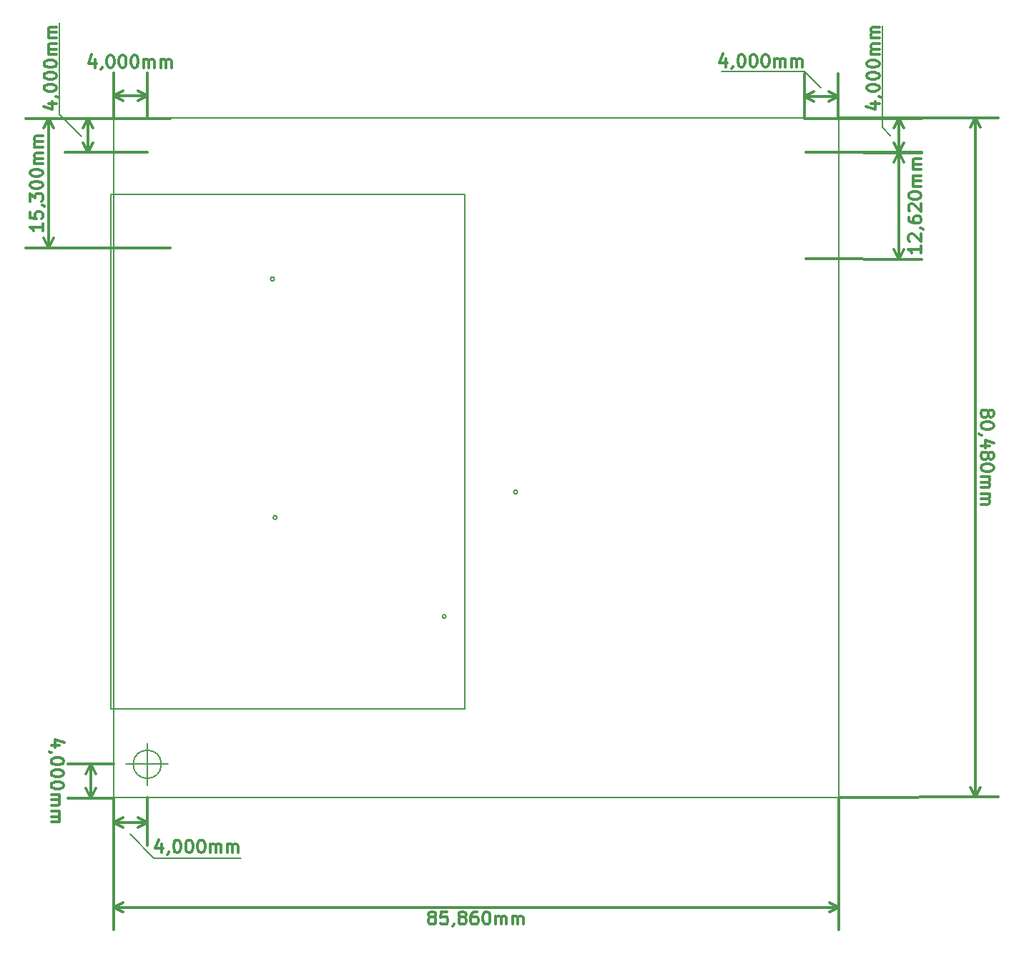
<source format=gbr>
G04 #@! TF.FileFunction,Drawing*
%FSLAX46Y46*%
G04 Gerber Fmt 4.6, Leading zero omitted, Abs format (unit mm)*
G04 Created by KiCad (PCBNEW 4.0.2-stable) date 21/01/2018 10:23:35*
%MOMM*%
G01*
G04 APERTURE LIST*
%ADD10C,0.100000*%
%ADD11C,0.150000*%
%ADD12C,0.300000*%
%ADD13C,0.200000*%
G04 APERTURE END LIST*
D10*
D11*
X105666666Y-144500000D02*
G75*
G03X105666666Y-144500000I-1666666J0D01*
G01*
X101500000Y-144500000D02*
X106500000Y-144500000D01*
X104000000Y-142000000D02*
X104000000Y-147000000D01*
D12*
X93621429Y-142285715D02*
X92621429Y-142285715D01*
X94192857Y-141928572D02*
X93121429Y-141571429D01*
X93121429Y-142500001D01*
X92692857Y-143142857D02*
X92621429Y-143142857D01*
X92478571Y-143071429D01*
X92407143Y-143000000D01*
X94121429Y-144071429D02*
X94121429Y-144214286D01*
X94050000Y-144357143D01*
X93978571Y-144428572D01*
X93835714Y-144500001D01*
X93550000Y-144571429D01*
X93192857Y-144571429D01*
X92907143Y-144500001D01*
X92764286Y-144428572D01*
X92692857Y-144357143D01*
X92621429Y-144214286D01*
X92621429Y-144071429D01*
X92692857Y-143928572D01*
X92764286Y-143857143D01*
X92907143Y-143785715D01*
X93192857Y-143714286D01*
X93550000Y-143714286D01*
X93835714Y-143785715D01*
X93978571Y-143857143D01*
X94050000Y-143928572D01*
X94121429Y-144071429D01*
X94121429Y-145500000D02*
X94121429Y-145642857D01*
X94050000Y-145785714D01*
X93978571Y-145857143D01*
X93835714Y-145928572D01*
X93550000Y-146000000D01*
X93192857Y-146000000D01*
X92907143Y-145928572D01*
X92764286Y-145857143D01*
X92692857Y-145785714D01*
X92621429Y-145642857D01*
X92621429Y-145500000D01*
X92692857Y-145357143D01*
X92764286Y-145285714D01*
X92907143Y-145214286D01*
X93192857Y-145142857D01*
X93550000Y-145142857D01*
X93835714Y-145214286D01*
X93978571Y-145285714D01*
X94050000Y-145357143D01*
X94121429Y-145500000D01*
X94121429Y-146928571D02*
X94121429Y-147071428D01*
X94050000Y-147214285D01*
X93978571Y-147285714D01*
X93835714Y-147357143D01*
X93550000Y-147428571D01*
X93192857Y-147428571D01*
X92907143Y-147357143D01*
X92764286Y-147285714D01*
X92692857Y-147214285D01*
X92621429Y-147071428D01*
X92621429Y-146928571D01*
X92692857Y-146785714D01*
X92764286Y-146714285D01*
X92907143Y-146642857D01*
X93192857Y-146571428D01*
X93550000Y-146571428D01*
X93835714Y-146642857D01*
X93978571Y-146714285D01*
X94050000Y-146785714D01*
X94121429Y-146928571D01*
X92621429Y-148071428D02*
X93621429Y-148071428D01*
X93478571Y-148071428D02*
X93550000Y-148142856D01*
X93621429Y-148285714D01*
X93621429Y-148499999D01*
X93550000Y-148642856D01*
X93407143Y-148714285D01*
X92621429Y-148714285D01*
X93407143Y-148714285D02*
X93550000Y-148785714D01*
X93621429Y-148928571D01*
X93621429Y-149142856D01*
X93550000Y-149285714D01*
X93407143Y-149357142D01*
X92621429Y-149357142D01*
X92621429Y-150071428D02*
X93621429Y-150071428D01*
X93478571Y-150071428D02*
X93550000Y-150142856D01*
X93621429Y-150285714D01*
X93621429Y-150499999D01*
X93550000Y-150642856D01*
X93407143Y-150714285D01*
X92621429Y-150714285D01*
X93407143Y-150714285D02*
X93550000Y-150785714D01*
X93621429Y-150928571D01*
X93621429Y-151142856D01*
X93550000Y-151285714D01*
X93407143Y-151357142D01*
X92621429Y-151357142D01*
X97300000Y-144500000D02*
X97300000Y-148500000D01*
X100000000Y-144500000D02*
X94600000Y-144500000D01*
X100000000Y-148500000D02*
X94600000Y-148500000D01*
X97300000Y-148500000D02*
X96713579Y-147373496D01*
X97300000Y-148500000D02*
X97886421Y-147373496D01*
X97300000Y-144500000D02*
X96713579Y-145626504D01*
X97300000Y-144500000D02*
X97886421Y-145626504D01*
D13*
X104800000Y-155600000D02*
X115100000Y-155600000D01*
X102000000Y-152800000D02*
X104800000Y-155600000D01*
D12*
X105685715Y-153978571D02*
X105685715Y-154978571D01*
X105328572Y-153407143D02*
X104971429Y-154478571D01*
X105900001Y-154478571D01*
X106542857Y-154907143D02*
X106542857Y-154978571D01*
X106471429Y-155121429D01*
X106400000Y-155192857D01*
X107471429Y-153478571D02*
X107614286Y-153478571D01*
X107757143Y-153550000D01*
X107828572Y-153621429D01*
X107900001Y-153764286D01*
X107971429Y-154050000D01*
X107971429Y-154407143D01*
X107900001Y-154692857D01*
X107828572Y-154835714D01*
X107757143Y-154907143D01*
X107614286Y-154978571D01*
X107471429Y-154978571D01*
X107328572Y-154907143D01*
X107257143Y-154835714D01*
X107185715Y-154692857D01*
X107114286Y-154407143D01*
X107114286Y-154050000D01*
X107185715Y-153764286D01*
X107257143Y-153621429D01*
X107328572Y-153550000D01*
X107471429Y-153478571D01*
X108900000Y-153478571D02*
X109042857Y-153478571D01*
X109185714Y-153550000D01*
X109257143Y-153621429D01*
X109328572Y-153764286D01*
X109400000Y-154050000D01*
X109400000Y-154407143D01*
X109328572Y-154692857D01*
X109257143Y-154835714D01*
X109185714Y-154907143D01*
X109042857Y-154978571D01*
X108900000Y-154978571D01*
X108757143Y-154907143D01*
X108685714Y-154835714D01*
X108614286Y-154692857D01*
X108542857Y-154407143D01*
X108542857Y-154050000D01*
X108614286Y-153764286D01*
X108685714Y-153621429D01*
X108757143Y-153550000D01*
X108900000Y-153478571D01*
X110328571Y-153478571D02*
X110471428Y-153478571D01*
X110614285Y-153550000D01*
X110685714Y-153621429D01*
X110757143Y-153764286D01*
X110828571Y-154050000D01*
X110828571Y-154407143D01*
X110757143Y-154692857D01*
X110685714Y-154835714D01*
X110614285Y-154907143D01*
X110471428Y-154978571D01*
X110328571Y-154978571D01*
X110185714Y-154907143D01*
X110114285Y-154835714D01*
X110042857Y-154692857D01*
X109971428Y-154407143D01*
X109971428Y-154050000D01*
X110042857Y-153764286D01*
X110114285Y-153621429D01*
X110185714Y-153550000D01*
X110328571Y-153478571D01*
X111471428Y-154978571D02*
X111471428Y-153978571D01*
X111471428Y-154121429D02*
X111542856Y-154050000D01*
X111685714Y-153978571D01*
X111899999Y-153978571D01*
X112042856Y-154050000D01*
X112114285Y-154192857D01*
X112114285Y-154978571D01*
X112114285Y-154192857D02*
X112185714Y-154050000D01*
X112328571Y-153978571D01*
X112542856Y-153978571D01*
X112685714Y-154050000D01*
X112757142Y-154192857D01*
X112757142Y-154978571D01*
X113471428Y-154978571D02*
X113471428Y-153978571D01*
X113471428Y-154121429D02*
X113542856Y-154050000D01*
X113685714Y-153978571D01*
X113899999Y-153978571D01*
X114042856Y-154050000D01*
X114114285Y-154192857D01*
X114114285Y-154978571D01*
X114114285Y-154192857D02*
X114185714Y-154050000D01*
X114328571Y-153978571D01*
X114542856Y-153978571D01*
X114685714Y-154050000D01*
X114757142Y-154192857D01*
X114757142Y-154978571D01*
X104000000Y-151400000D02*
X100000000Y-151400000D01*
X104000000Y-148400000D02*
X104000000Y-154100000D01*
X100000000Y-148400000D02*
X100000000Y-154100000D01*
X100000000Y-151400000D02*
X101126504Y-150813579D01*
X100000000Y-151400000D02*
X101126504Y-151986421D01*
X104000000Y-151400000D02*
X102873496Y-150813579D01*
X104000000Y-151400000D02*
X102873496Y-151986421D01*
D13*
X93600000Y-67500000D02*
X93600000Y-56700000D01*
X96200000Y-70100000D02*
X93600000Y-67500000D01*
D12*
X97785715Y-60978571D02*
X97785715Y-61978571D01*
X97428572Y-60407143D02*
X97071429Y-61478571D01*
X98000001Y-61478571D01*
X98642857Y-61907143D02*
X98642857Y-61978571D01*
X98571429Y-62121429D01*
X98500000Y-62192857D01*
X99571429Y-60478571D02*
X99714286Y-60478571D01*
X99857143Y-60550000D01*
X99928572Y-60621429D01*
X100000001Y-60764286D01*
X100071429Y-61050000D01*
X100071429Y-61407143D01*
X100000001Y-61692857D01*
X99928572Y-61835714D01*
X99857143Y-61907143D01*
X99714286Y-61978571D01*
X99571429Y-61978571D01*
X99428572Y-61907143D01*
X99357143Y-61835714D01*
X99285715Y-61692857D01*
X99214286Y-61407143D01*
X99214286Y-61050000D01*
X99285715Y-60764286D01*
X99357143Y-60621429D01*
X99428572Y-60550000D01*
X99571429Y-60478571D01*
X101000000Y-60478571D02*
X101142857Y-60478571D01*
X101285714Y-60550000D01*
X101357143Y-60621429D01*
X101428572Y-60764286D01*
X101500000Y-61050000D01*
X101500000Y-61407143D01*
X101428572Y-61692857D01*
X101357143Y-61835714D01*
X101285714Y-61907143D01*
X101142857Y-61978571D01*
X101000000Y-61978571D01*
X100857143Y-61907143D01*
X100785714Y-61835714D01*
X100714286Y-61692857D01*
X100642857Y-61407143D01*
X100642857Y-61050000D01*
X100714286Y-60764286D01*
X100785714Y-60621429D01*
X100857143Y-60550000D01*
X101000000Y-60478571D01*
X102428571Y-60478571D02*
X102571428Y-60478571D01*
X102714285Y-60550000D01*
X102785714Y-60621429D01*
X102857143Y-60764286D01*
X102928571Y-61050000D01*
X102928571Y-61407143D01*
X102857143Y-61692857D01*
X102785714Y-61835714D01*
X102714285Y-61907143D01*
X102571428Y-61978571D01*
X102428571Y-61978571D01*
X102285714Y-61907143D01*
X102214285Y-61835714D01*
X102142857Y-61692857D01*
X102071428Y-61407143D01*
X102071428Y-61050000D01*
X102142857Y-60764286D01*
X102214285Y-60621429D01*
X102285714Y-60550000D01*
X102428571Y-60478571D01*
X103571428Y-61978571D02*
X103571428Y-60978571D01*
X103571428Y-61121429D02*
X103642856Y-61050000D01*
X103785714Y-60978571D01*
X103999999Y-60978571D01*
X104142856Y-61050000D01*
X104214285Y-61192857D01*
X104214285Y-61978571D01*
X104214285Y-61192857D02*
X104285714Y-61050000D01*
X104428571Y-60978571D01*
X104642856Y-60978571D01*
X104785714Y-61050000D01*
X104857142Y-61192857D01*
X104857142Y-61978571D01*
X105571428Y-61978571D02*
X105571428Y-60978571D01*
X105571428Y-61121429D02*
X105642856Y-61050000D01*
X105785714Y-60978571D01*
X105999999Y-60978571D01*
X106142856Y-61050000D01*
X106214285Y-61192857D01*
X106214285Y-61978571D01*
X106214285Y-61192857D02*
X106285714Y-61050000D01*
X106428571Y-60978571D01*
X106642856Y-60978571D01*
X106785714Y-61050000D01*
X106857142Y-61192857D01*
X106857142Y-61978571D01*
X104000000Y-65300000D02*
X100000000Y-65300000D01*
X104000000Y-68000000D02*
X104000000Y-62600000D01*
X100000000Y-68000000D02*
X100000000Y-62600000D01*
X100000000Y-65300000D02*
X101126504Y-64713579D01*
X100000000Y-65300000D02*
X101126504Y-65886421D01*
X104000000Y-65300000D02*
X102873496Y-64713579D01*
X104000000Y-65300000D02*
X102873496Y-65886421D01*
D13*
X181800000Y-62400000D02*
X172000000Y-62400000D01*
X183800000Y-64400000D02*
X181800000Y-62400000D01*
D12*
X172485715Y-60878571D02*
X172485715Y-61878571D01*
X172128572Y-60307143D02*
X171771429Y-61378571D01*
X172700001Y-61378571D01*
X173342857Y-61807143D02*
X173342857Y-61878571D01*
X173271429Y-62021429D01*
X173200000Y-62092857D01*
X174271429Y-60378571D02*
X174414286Y-60378571D01*
X174557143Y-60450000D01*
X174628572Y-60521429D01*
X174700001Y-60664286D01*
X174771429Y-60950000D01*
X174771429Y-61307143D01*
X174700001Y-61592857D01*
X174628572Y-61735714D01*
X174557143Y-61807143D01*
X174414286Y-61878571D01*
X174271429Y-61878571D01*
X174128572Y-61807143D01*
X174057143Y-61735714D01*
X173985715Y-61592857D01*
X173914286Y-61307143D01*
X173914286Y-60950000D01*
X173985715Y-60664286D01*
X174057143Y-60521429D01*
X174128572Y-60450000D01*
X174271429Y-60378571D01*
X175700000Y-60378571D02*
X175842857Y-60378571D01*
X175985714Y-60450000D01*
X176057143Y-60521429D01*
X176128572Y-60664286D01*
X176200000Y-60950000D01*
X176200000Y-61307143D01*
X176128572Y-61592857D01*
X176057143Y-61735714D01*
X175985714Y-61807143D01*
X175842857Y-61878571D01*
X175700000Y-61878571D01*
X175557143Y-61807143D01*
X175485714Y-61735714D01*
X175414286Y-61592857D01*
X175342857Y-61307143D01*
X175342857Y-60950000D01*
X175414286Y-60664286D01*
X175485714Y-60521429D01*
X175557143Y-60450000D01*
X175700000Y-60378571D01*
X177128571Y-60378571D02*
X177271428Y-60378571D01*
X177414285Y-60450000D01*
X177485714Y-60521429D01*
X177557143Y-60664286D01*
X177628571Y-60950000D01*
X177628571Y-61307143D01*
X177557143Y-61592857D01*
X177485714Y-61735714D01*
X177414285Y-61807143D01*
X177271428Y-61878571D01*
X177128571Y-61878571D01*
X176985714Y-61807143D01*
X176914285Y-61735714D01*
X176842857Y-61592857D01*
X176771428Y-61307143D01*
X176771428Y-60950000D01*
X176842857Y-60664286D01*
X176914285Y-60521429D01*
X176985714Y-60450000D01*
X177128571Y-60378571D01*
X178271428Y-61878571D02*
X178271428Y-60878571D01*
X178271428Y-61021429D02*
X178342856Y-60950000D01*
X178485714Y-60878571D01*
X178699999Y-60878571D01*
X178842856Y-60950000D01*
X178914285Y-61092857D01*
X178914285Y-61878571D01*
X178914285Y-61092857D02*
X178985714Y-60950000D01*
X179128571Y-60878571D01*
X179342856Y-60878571D01*
X179485714Y-60950000D01*
X179557142Y-61092857D01*
X179557142Y-61878571D01*
X180271428Y-61878571D02*
X180271428Y-60878571D01*
X180271428Y-61021429D02*
X180342856Y-60950000D01*
X180485714Y-60878571D01*
X180699999Y-60878571D01*
X180842856Y-60950000D01*
X180914285Y-61092857D01*
X180914285Y-61878571D01*
X180914285Y-61092857D02*
X180985714Y-60950000D01*
X181128571Y-60878571D01*
X181342856Y-60878571D01*
X181485714Y-60950000D01*
X181557142Y-61092857D01*
X181557142Y-61878571D01*
X181800000Y-65400000D02*
X185800000Y-65400000D01*
X181800000Y-68000000D02*
X181800000Y-62700000D01*
X185800000Y-68000000D02*
X185800000Y-62700000D01*
X185800000Y-65400000D02*
X184673496Y-65986421D01*
X185800000Y-65400000D02*
X184673496Y-64813579D01*
X181800000Y-65400000D02*
X182926504Y-65986421D01*
X181800000Y-65400000D02*
X182926504Y-64813579D01*
X91628571Y-80435713D02*
X91628571Y-81292856D01*
X91628571Y-80864284D02*
X90128571Y-80864284D01*
X90342857Y-81007141D01*
X90485714Y-81149999D01*
X90557143Y-81292856D01*
X90128571Y-79078570D02*
X90128571Y-79792856D01*
X90842857Y-79864285D01*
X90771429Y-79792856D01*
X90700000Y-79649999D01*
X90700000Y-79292856D01*
X90771429Y-79149999D01*
X90842857Y-79078570D01*
X90985714Y-79007142D01*
X91342857Y-79007142D01*
X91485714Y-79078570D01*
X91557143Y-79149999D01*
X91628571Y-79292856D01*
X91628571Y-79649999D01*
X91557143Y-79792856D01*
X91485714Y-79864285D01*
X91557143Y-78292857D02*
X91628571Y-78292857D01*
X91771429Y-78364285D01*
X91842857Y-78435714D01*
X90128571Y-77792856D02*
X90128571Y-76864285D01*
X90700000Y-77364285D01*
X90700000Y-77149999D01*
X90771429Y-77007142D01*
X90842857Y-76935713D01*
X90985714Y-76864285D01*
X91342857Y-76864285D01*
X91485714Y-76935713D01*
X91557143Y-77007142D01*
X91628571Y-77149999D01*
X91628571Y-77578571D01*
X91557143Y-77721428D01*
X91485714Y-77792856D01*
X90128571Y-75935714D02*
X90128571Y-75792857D01*
X90200000Y-75650000D01*
X90271429Y-75578571D01*
X90414286Y-75507142D01*
X90700000Y-75435714D01*
X91057143Y-75435714D01*
X91342857Y-75507142D01*
X91485714Y-75578571D01*
X91557143Y-75650000D01*
X91628571Y-75792857D01*
X91628571Y-75935714D01*
X91557143Y-76078571D01*
X91485714Y-76150000D01*
X91342857Y-76221428D01*
X91057143Y-76292857D01*
X90700000Y-76292857D01*
X90414286Y-76221428D01*
X90271429Y-76150000D01*
X90200000Y-76078571D01*
X90128571Y-75935714D01*
X90128571Y-74507143D02*
X90128571Y-74364286D01*
X90200000Y-74221429D01*
X90271429Y-74150000D01*
X90414286Y-74078571D01*
X90700000Y-74007143D01*
X91057143Y-74007143D01*
X91342857Y-74078571D01*
X91485714Y-74150000D01*
X91557143Y-74221429D01*
X91628571Y-74364286D01*
X91628571Y-74507143D01*
X91557143Y-74650000D01*
X91485714Y-74721429D01*
X91342857Y-74792857D01*
X91057143Y-74864286D01*
X90700000Y-74864286D01*
X90414286Y-74792857D01*
X90271429Y-74721429D01*
X90200000Y-74650000D01*
X90128571Y-74507143D01*
X91628571Y-73364286D02*
X90628571Y-73364286D01*
X90771429Y-73364286D02*
X90700000Y-73292858D01*
X90628571Y-73150000D01*
X90628571Y-72935715D01*
X90700000Y-72792858D01*
X90842857Y-72721429D01*
X91628571Y-72721429D01*
X90842857Y-72721429D02*
X90700000Y-72650000D01*
X90628571Y-72507143D01*
X90628571Y-72292858D01*
X90700000Y-72150000D01*
X90842857Y-72078572D01*
X91628571Y-72078572D01*
X91628571Y-71364286D02*
X90628571Y-71364286D01*
X90771429Y-71364286D02*
X90700000Y-71292858D01*
X90628571Y-71150000D01*
X90628571Y-70935715D01*
X90700000Y-70792858D01*
X90842857Y-70721429D01*
X91628571Y-70721429D01*
X90842857Y-70721429D02*
X90700000Y-70650000D01*
X90628571Y-70507143D01*
X90628571Y-70292858D01*
X90700000Y-70150000D01*
X90842857Y-70078572D01*
X91628571Y-70078572D01*
X92300000Y-83300000D02*
X92300000Y-68000000D01*
X106700000Y-83300000D02*
X89600000Y-83300000D01*
X106700000Y-68000000D02*
X89600000Y-68000000D01*
X92300000Y-68000000D02*
X92886421Y-69126504D01*
X92300000Y-68000000D02*
X91713579Y-69126504D01*
X92300000Y-83300000D02*
X92886421Y-82173496D01*
X92300000Y-83300000D02*
X91713579Y-82173496D01*
X92278571Y-66214285D02*
X93278571Y-66214285D01*
X91707143Y-66571428D02*
X92778571Y-66928571D01*
X92778571Y-65999999D01*
X93207143Y-65357143D02*
X93278571Y-65357143D01*
X93421429Y-65428571D01*
X93492857Y-65500000D01*
X91778571Y-64428571D02*
X91778571Y-64285714D01*
X91850000Y-64142857D01*
X91921429Y-64071428D01*
X92064286Y-63999999D01*
X92350000Y-63928571D01*
X92707143Y-63928571D01*
X92992857Y-63999999D01*
X93135714Y-64071428D01*
X93207143Y-64142857D01*
X93278571Y-64285714D01*
X93278571Y-64428571D01*
X93207143Y-64571428D01*
X93135714Y-64642857D01*
X92992857Y-64714285D01*
X92707143Y-64785714D01*
X92350000Y-64785714D01*
X92064286Y-64714285D01*
X91921429Y-64642857D01*
X91850000Y-64571428D01*
X91778571Y-64428571D01*
X91778571Y-63000000D02*
X91778571Y-62857143D01*
X91850000Y-62714286D01*
X91921429Y-62642857D01*
X92064286Y-62571428D01*
X92350000Y-62500000D01*
X92707143Y-62500000D01*
X92992857Y-62571428D01*
X93135714Y-62642857D01*
X93207143Y-62714286D01*
X93278571Y-62857143D01*
X93278571Y-63000000D01*
X93207143Y-63142857D01*
X93135714Y-63214286D01*
X92992857Y-63285714D01*
X92707143Y-63357143D01*
X92350000Y-63357143D01*
X92064286Y-63285714D01*
X91921429Y-63214286D01*
X91850000Y-63142857D01*
X91778571Y-63000000D01*
X91778571Y-61571429D02*
X91778571Y-61428572D01*
X91850000Y-61285715D01*
X91921429Y-61214286D01*
X92064286Y-61142857D01*
X92350000Y-61071429D01*
X92707143Y-61071429D01*
X92992857Y-61142857D01*
X93135714Y-61214286D01*
X93207143Y-61285715D01*
X93278571Y-61428572D01*
X93278571Y-61571429D01*
X93207143Y-61714286D01*
X93135714Y-61785715D01*
X92992857Y-61857143D01*
X92707143Y-61928572D01*
X92350000Y-61928572D01*
X92064286Y-61857143D01*
X91921429Y-61785715D01*
X91850000Y-61714286D01*
X91778571Y-61571429D01*
X93278571Y-60428572D02*
X92278571Y-60428572D01*
X92421429Y-60428572D02*
X92350000Y-60357144D01*
X92278571Y-60214286D01*
X92278571Y-60000001D01*
X92350000Y-59857144D01*
X92492857Y-59785715D01*
X93278571Y-59785715D01*
X92492857Y-59785715D02*
X92350000Y-59714286D01*
X92278571Y-59571429D01*
X92278571Y-59357144D01*
X92350000Y-59214286D01*
X92492857Y-59142858D01*
X93278571Y-59142858D01*
X93278571Y-58428572D02*
X92278571Y-58428572D01*
X92421429Y-58428572D02*
X92350000Y-58357144D01*
X92278571Y-58214286D01*
X92278571Y-58000001D01*
X92350000Y-57857144D01*
X92492857Y-57785715D01*
X93278571Y-57785715D01*
X92492857Y-57785715D02*
X92350000Y-57714286D01*
X92278571Y-57571429D01*
X92278571Y-57357144D01*
X92350000Y-57214286D01*
X92492857Y-57142858D01*
X93278571Y-57142858D01*
X97000000Y-72000000D02*
X97000000Y-68000000D01*
X104000000Y-72000000D02*
X94300000Y-72000000D01*
X104000000Y-68000000D02*
X94300000Y-68000000D01*
X97000000Y-68000000D02*
X97586421Y-69126504D01*
X97000000Y-68000000D02*
X96413579Y-69126504D01*
X97000000Y-72000000D02*
X97586421Y-70873496D01*
X97000000Y-72000000D02*
X96413579Y-70873496D01*
X195627193Y-83107313D02*
X195625155Y-83964453D01*
X195626174Y-83535882D02*
X194126178Y-83532317D01*
X194340124Y-83675683D01*
X194482641Y-83818880D01*
X194553730Y-83961906D01*
X194271413Y-82532660D02*
X194200154Y-82461061D01*
X194129065Y-82318035D01*
X194129914Y-81960893D01*
X194201682Y-81818206D01*
X194273281Y-81746947D01*
X194416307Y-81675859D01*
X194559164Y-81676199D01*
X194773279Y-81748136D01*
X195628381Y-82607314D01*
X195630589Y-81678746D01*
X195560859Y-80964293D02*
X195632287Y-80964463D01*
X195774974Y-81036230D01*
X195846232Y-81107829D01*
X194135347Y-79675185D02*
X194134668Y-79960899D01*
X194205757Y-80103925D01*
X194277016Y-80175524D01*
X194490961Y-80318890D01*
X194776505Y-80390998D01*
X195347932Y-80392356D01*
X195490958Y-80321267D01*
X195562557Y-80250009D01*
X195634324Y-80107321D01*
X195635003Y-79821608D01*
X195563915Y-79678581D01*
X195492656Y-79606983D01*
X195349969Y-79535215D01*
X194992827Y-79534366D01*
X194849801Y-79605455D01*
X194778203Y-79676714D01*
X194706435Y-79819400D01*
X194705756Y-80105114D01*
X194776845Y-80248141D01*
X194848103Y-80319739D01*
X194990790Y-80391507D01*
X194279903Y-78961242D02*
X194208644Y-78889644D01*
X194137555Y-78746617D01*
X194138404Y-78389475D01*
X194210172Y-78246788D01*
X194281771Y-78175529D01*
X194424797Y-78104441D01*
X194567654Y-78104781D01*
X194781769Y-78176718D01*
X195636871Y-79035896D01*
X195639078Y-78107328D01*
X194141290Y-77175194D02*
X194141630Y-77032337D01*
X194213398Y-76889650D01*
X194284997Y-76818391D01*
X194428023Y-76747302D01*
X194713906Y-76676553D01*
X195071048Y-76677402D01*
X195356591Y-76749509D01*
X195499278Y-76821278D01*
X195570537Y-76892876D01*
X195641625Y-77035903D01*
X195641286Y-77178759D01*
X195569518Y-77321446D01*
X195497920Y-77392705D01*
X195354893Y-77463793D01*
X195069010Y-77534543D01*
X194711868Y-77533694D01*
X194426325Y-77461586D01*
X194283638Y-77389819D01*
X194212379Y-77318220D01*
X194141290Y-77175194D01*
X195644003Y-76035906D02*
X194644005Y-76033528D01*
X194786863Y-76033868D02*
X194715604Y-75962270D01*
X194644515Y-75819243D01*
X194645024Y-75604959D01*
X194716793Y-75462272D01*
X194859819Y-75391183D01*
X195645531Y-75393050D01*
X194859819Y-75391183D02*
X194717132Y-75319414D01*
X194646043Y-75176388D01*
X194646552Y-74962103D01*
X194718321Y-74819416D01*
X194861347Y-74748327D01*
X195647059Y-74750195D01*
X195648757Y-74035911D02*
X194648760Y-74033534D01*
X194791617Y-74033874D02*
X194720358Y-73962276D01*
X194649269Y-73819249D01*
X194649779Y-73604964D01*
X194721547Y-73462277D01*
X194864573Y-73391188D01*
X195650285Y-73393056D01*
X194864573Y-73391188D02*
X194721887Y-73319420D01*
X194650797Y-73176393D01*
X194651307Y-72962109D01*
X194723075Y-72819421D01*
X194866102Y-72748333D01*
X195651813Y-72750201D01*
X193008487Y-72026169D02*
X192978487Y-84646169D01*
X182000000Y-72000000D02*
X195708479Y-72032587D01*
X181970000Y-84620000D02*
X195678479Y-84652587D01*
X192978487Y-84646169D02*
X192394746Y-83518274D01*
X192978487Y-84646169D02*
X193567584Y-83521062D01*
X193008487Y-72026169D02*
X192419390Y-73151276D01*
X193008487Y-72026169D02*
X193592228Y-73154064D01*
D13*
X191000000Y-69000000D02*
X191000000Y-57000000D01*
X192000000Y-70000000D02*
X191000000Y-69000000D01*
D12*
X189678571Y-66214285D02*
X190678571Y-66214285D01*
X189107143Y-66571428D02*
X190178571Y-66928571D01*
X190178571Y-65999999D01*
X190607143Y-65357143D02*
X190678571Y-65357143D01*
X190821429Y-65428571D01*
X190892857Y-65500000D01*
X189178571Y-64428571D02*
X189178571Y-64285714D01*
X189250000Y-64142857D01*
X189321429Y-64071428D01*
X189464286Y-63999999D01*
X189750000Y-63928571D01*
X190107143Y-63928571D01*
X190392857Y-63999999D01*
X190535714Y-64071428D01*
X190607143Y-64142857D01*
X190678571Y-64285714D01*
X190678571Y-64428571D01*
X190607143Y-64571428D01*
X190535714Y-64642857D01*
X190392857Y-64714285D01*
X190107143Y-64785714D01*
X189750000Y-64785714D01*
X189464286Y-64714285D01*
X189321429Y-64642857D01*
X189250000Y-64571428D01*
X189178571Y-64428571D01*
X189178571Y-63000000D02*
X189178571Y-62857143D01*
X189250000Y-62714286D01*
X189321429Y-62642857D01*
X189464286Y-62571428D01*
X189750000Y-62500000D01*
X190107143Y-62500000D01*
X190392857Y-62571428D01*
X190535714Y-62642857D01*
X190607143Y-62714286D01*
X190678571Y-62857143D01*
X190678571Y-63000000D01*
X190607143Y-63142857D01*
X190535714Y-63214286D01*
X190392857Y-63285714D01*
X190107143Y-63357143D01*
X189750000Y-63357143D01*
X189464286Y-63285714D01*
X189321429Y-63214286D01*
X189250000Y-63142857D01*
X189178571Y-63000000D01*
X189178571Y-61571429D02*
X189178571Y-61428572D01*
X189250000Y-61285715D01*
X189321429Y-61214286D01*
X189464286Y-61142857D01*
X189750000Y-61071429D01*
X190107143Y-61071429D01*
X190392857Y-61142857D01*
X190535714Y-61214286D01*
X190607143Y-61285715D01*
X190678571Y-61428572D01*
X190678571Y-61571429D01*
X190607143Y-61714286D01*
X190535714Y-61785715D01*
X190392857Y-61857143D01*
X190107143Y-61928572D01*
X189750000Y-61928572D01*
X189464286Y-61857143D01*
X189321429Y-61785715D01*
X189250000Y-61714286D01*
X189178571Y-61571429D01*
X190678571Y-60428572D02*
X189678571Y-60428572D01*
X189821429Y-60428572D02*
X189750000Y-60357144D01*
X189678571Y-60214286D01*
X189678571Y-60000001D01*
X189750000Y-59857144D01*
X189892857Y-59785715D01*
X190678571Y-59785715D01*
X189892857Y-59785715D02*
X189750000Y-59714286D01*
X189678571Y-59571429D01*
X189678571Y-59357144D01*
X189750000Y-59214286D01*
X189892857Y-59142858D01*
X190678571Y-59142858D01*
X190678571Y-58428572D02*
X189678571Y-58428572D01*
X189821429Y-58428572D02*
X189750000Y-58357144D01*
X189678571Y-58214286D01*
X189678571Y-58000001D01*
X189750000Y-57857144D01*
X189892857Y-57785715D01*
X190678571Y-57785715D01*
X189892857Y-57785715D02*
X189750000Y-57714286D01*
X189678571Y-57571429D01*
X189678571Y-57357144D01*
X189750000Y-57214286D01*
X189892857Y-57142858D01*
X190678571Y-57142858D01*
X193000000Y-72000000D02*
X193000000Y-68000000D01*
X182000000Y-72000000D02*
X195700000Y-72000000D01*
X182000000Y-68000000D02*
X195700000Y-68000000D01*
X193000000Y-68000000D02*
X193586421Y-69126504D01*
X193000000Y-68000000D02*
X192413579Y-69126504D01*
X193000000Y-72000000D02*
X193586421Y-70873496D01*
X193000000Y-72000000D02*
X192413579Y-70873496D01*
X203564776Y-102798466D02*
X203636169Y-102655590D01*
X203707580Y-102584144D01*
X203850420Y-102512680D01*
X203921848Y-102512662D01*
X204064722Y-102584056D01*
X204136169Y-102655466D01*
X204207634Y-102798306D01*
X204207705Y-103084020D01*
X204136311Y-103226895D01*
X204064900Y-103298342D01*
X203922061Y-103369805D01*
X203850633Y-103369823D01*
X203707758Y-103298430D01*
X203636311Y-103227019D01*
X203564847Y-103084180D01*
X203564776Y-102798466D01*
X203493312Y-102655626D01*
X203421865Y-102584215D01*
X203278991Y-102512822D01*
X202993277Y-102512893D01*
X202850437Y-102584357D01*
X202779026Y-102655803D01*
X202707634Y-102798679D01*
X202707705Y-103084393D01*
X202779168Y-103227232D01*
X202850615Y-103298643D01*
X202993490Y-103370036D01*
X203279204Y-103369965D01*
X203422043Y-103298501D01*
X203493454Y-103227055D01*
X203564847Y-103084180D01*
X204208006Y-104298305D02*
X204208042Y-104441162D01*
X204136648Y-104584037D01*
X204065237Y-104655483D01*
X203922398Y-104726948D01*
X203636702Y-104798447D01*
X203279559Y-104798536D01*
X202993827Y-104727179D01*
X202850952Y-104655785D01*
X202779505Y-104584374D01*
X202708042Y-104441535D01*
X202708006Y-104298678D01*
X202779399Y-104155803D01*
X202850810Y-104084356D01*
X202993649Y-104012893D01*
X203279346Y-103941393D01*
X203636489Y-103941304D01*
X203922220Y-104012662D01*
X204065095Y-104084054D01*
X204136542Y-104155466D01*
X204208006Y-104298305D01*
X202779736Y-105512945D02*
X202708308Y-105512963D01*
X202565433Y-105441570D01*
X202493987Y-105370159D01*
X203708628Y-106798429D02*
X202708628Y-106798678D01*
X204279967Y-106441144D02*
X203208450Y-106084267D01*
X203208681Y-107012839D01*
X203566018Y-107798465D02*
X203637412Y-107655589D01*
X203708823Y-107584143D01*
X203851662Y-107512679D01*
X203923090Y-107512661D01*
X204065965Y-107584054D01*
X204137412Y-107655465D01*
X204208876Y-107798305D01*
X204208947Y-108084019D01*
X204137554Y-108226894D01*
X204066142Y-108298340D01*
X203923303Y-108369804D01*
X203851875Y-108369822D01*
X203709000Y-108298429D01*
X203637554Y-108227018D01*
X203566089Y-108084179D01*
X203566018Y-107798465D01*
X203494555Y-107655624D01*
X203423108Y-107584214D01*
X203280233Y-107512821D01*
X202994519Y-107512892D01*
X202851680Y-107584356D01*
X202780269Y-107655802D01*
X202708876Y-107798678D01*
X202708947Y-108084392D01*
X202780411Y-108227231D01*
X202851858Y-108298642D01*
X202994732Y-108370035D01*
X203280446Y-108369964D01*
X203423286Y-108298500D01*
X203494697Y-108227053D01*
X203566089Y-108084179D01*
X204209249Y-109298304D02*
X204209284Y-109441161D01*
X204137891Y-109584036D01*
X204066480Y-109655482D01*
X203923640Y-109726947D01*
X203637944Y-109798446D01*
X203280801Y-109798535D01*
X202995070Y-109727178D01*
X202852195Y-109655784D01*
X202780748Y-109584373D01*
X202709285Y-109441534D01*
X202709249Y-109298677D01*
X202780642Y-109155802D01*
X202852053Y-109084355D01*
X202994892Y-109012892D01*
X203280588Y-108941392D01*
X203637731Y-108941303D01*
X203923463Y-109012661D01*
X204066338Y-109084053D01*
X204137784Y-109155465D01*
X204209249Y-109298304D01*
X202709533Y-110441534D02*
X203709533Y-110441285D01*
X203566675Y-110441321D02*
X203638122Y-110512731D01*
X203709586Y-110655571D01*
X203709640Y-110869856D01*
X203638246Y-111012731D01*
X203495407Y-111084195D01*
X202709693Y-111084391D01*
X203495407Y-111084195D02*
X203638282Y-111155589D01*
X203709746Y-111298428D01*
X203709799Y-111512713D01*
X203638406Y-111655589D01*
X203495567Y-111727052D01*
X202709853Y-111727248D01*
X202710030Y-112441533D02*
X203710030Y-112441285D01*
X203567172Y-112441320D02*
X203638619Y-112512731D01*
X203710083Y-112655571D01*
X203710137Y-112869856D01*
X203638743Y-113012731D01*
X203495904Y-113084195D01*
X202710190Y-113084390D01*
X203495904Y-113084195D02*
X203638779Y-113155589D01*
X203710243Y-113298428D01*
X203710296Y-113512713D01*
X203638903Y-113655589D01*
X203496064Y-113727052D01*
X202710350Y-113727247D01*
X202047536Y-148395987D02*
X202027536Y-67915987D01*
X185900000Y-148400000D02*
X204747536Y-148395316D01*
X185880000Y-67920000D02*
X204727536Y-67915316D01*
X202027536Y-67915987D02*
X202614237Y-69042345D01*
X202027536Y-67915987D02*
X201441395Y-69042636D01*
X202047536Y-148395987D02*
X202633677Y-147269338D01*
X202047536Y-148395987D02*
X201460835Y-147269629D01*
X137592859Y-162611429D02*
X137450001Y-162540000D01*
X137378573Y-162468571D01*
X137307144Y-162325714D01*
X137307144Y-162254286D01*
X137378573Y-162111429D01*
X137450001Y-162040000D01*
X137592859Y-161968571D01*
X137878573Y-161968571D01*
X138021430Y-162040000D01*
X138092859Y-162111429D01*
X138164287Y-162254286D01*
X138164287Y-162325714D01*
X138092859Y-162468571D01*
X138021430Y-162540000D01*
X137878573Y-162611429D01*
X137592859Y-162611429D01*
X137450001Y-162682857D01*
X137378573Y-162754286D01*
X137307144Y-162897143D01*
X137307144Y-163182857D01*
X137378573Y-163325714D01*
X137450001Y-163397143D01*
X137592859Y-163468571D01*
X137878573Y-163468571D01*
X138021430Y-163397143D01*
X138092859Y-163325714D01*
X138164287Y-163182857D01*
X138164287Y-162897143D01*
X138092859Y-162754286D01*
X138021430Y-162682857D01*
X137878573Y-162611429D01*
X139521430Y-161968571D02*
X138807144Y-161968571D01*
X138735715Y-162682857D01*
X138807144Y-162611429D01*
X138950001Y-162540000D01*
X139307144Y-162540000D01*
X139450001Y-162611429D01*
X139521430Y-162682857D01*
X139592858Y-162825714D01*
X139592858Y-163182857D01*
X139521430Y-163325714D01*
X139450001Y-163397143D01*
X139307144Y-163468571D01*
X138950001Y-163468571D01*
X138807144Y-163397143D01*
X138735715Y-163325714D01*
X140307143Y-163397143D02*
X140307143Y-163468571D01*
X140235715Y-163611429D01*
X140164286Y-163682857D01*
X141164287Y-162611429D02*
X141021429Y-162540000D01*
X140950001Y-162468571D01*
X140878572Y-162325714D01*
X140878572Y-162254286D01*
X140950001Y-162111429D01*
X141021429Y-162040000D01*
X141164287Y-161968571D01*
X141450001Y-161968571D01*
X141592858Y-162040000D01*
X141664287Y-162111429D01*
X141735715Y-162254286D01*
X141735715Y-162325714D01*
X141664287Y-162468571D01*
X141592858Y-162540000D01*
X141450001Y-162611429D01*
X141164287Y-162611429D01*
X141021429Y-162682857D01*
X140950001Y-162754286D01*
X140878572Y-162897143D01*
X140878572Y-163182857D01*
X140950001Y-163325714D01*
X141021429Y-163397143D01*
X141164287Y-163468571D01*
X141450001Y-163468571D01*
X141592858Y-163397143D01*
X141664287Y-163325714D01*
X141735715Y-163182857D01*
X141735715Y-162897143D01*
X141664287Y-162754286D01*
X141592858Y-162682857D01*
X141450001Y-162611429D01*
X143021429Y-161968571D02*
X142735715Y-161968571D01*
X142592858Y-162040000D01*
X142521429Y-162111429D01*
X142378572Y-162325714D01*
X142307143Y-162611429D01*
X142307143Y-163182857D01*
X142378572Y-163325714D01*
X142450000Y-163397143D01*
X142592858Y-163468571D01*
X142878572Y-163468571D01*
X143021429Y-163397143D01*
X143092858Y-163325714D01*
X143164286Y-163182857D01*
X143164286Y-162825714D01*
X143092858Y-162682857D01*
X143021429Y-162611429D01*
X142878572Y-162540000D01*
X142592858Y-162540000D01*
X142450000Y-162611429D01*
X142378572Y-162682857D01*
X142307143Y-162825714D01*
X144092857Y-161968571D02*
X144235714Y-161968571D01*
X144378571Y-162040000D01*
X144450000Y-162111429D01*
X144521429Y-162254286D01*
X144592857Y-162540000D01*
X144592857Y-162897143D01*
X144521429Y-163182857D01*
X144450000Y-163325714D01*
X144378571Y-163397143D01*
X144235714Y-163468571D01*
X144092857Y-163468571D01*
X143950000Y-163397143D01*
X143878571Y-163325714D01*
X143807143Y-163182857D01*
X143735714Y-162897143D01*
X143735714Y-162540000D01*
X143807143Y-162254286D01*
X143878571Y-162111429D01*
X143950000Y-162040000D01*
X144092857Y-161968571D01*
X145235714Y-163468571D02*
X145235714Y-162468571D01*
X145235714Y-162611429D02*
X145307142Y-162540000D01*
X145450000Y-162468571D01*
X145664285Y-162468571D01*
X145807142Y-162540000D01*
X145878571Y-162682857D01*
X145878571Y-163468571D01*
X145878571Y-162682857D02*
X145950000Y-162540000D01*
X146092857Y-162468571D01*
X146307142Y-162468571D01*
X146450000Y-162540000D01*
X146521428Y-162682857D01*
X146521428Y-163468571D01*
X147235714Y-163468571D02*
X147235714Y-162468571D01*
X147235714Y-162611429D02*
X147307142Y-162540000D01*
X147450000Y-162468571D01*
X147664285Y-162468571D01*
X147807142Y-162540000D01*
X147878571Y-162682857D01*
X147878571Y-163468571D01*
X147878571Y-162682857D02*
X147950000Y-162540000D01*
X148092857Y-162468571D01*
X148307142Y-162468571D01*
X148450000Y-162540000D01*
X148521428Y-162682857D01*
X148521428Y-163468571D01*
X100020000Y-161440000D02*
X185880000Y-161440000D01*
X100020000Y-148420000D02*
X100020000Y-164140000D01*
X185880000Y-148420000D02*
X185880000Y-164140000D01*
X185880000Y-161440000D02*
X184753496Y-162026421D01*
X185880000Y-161440000D02*
X184753496Y-160853579D01*
X100020000Y-161440000D02*
X101146504Y-162026421D01*
X100020000Y-161440000D02*
X101146504Y-160853579D01*
D13*
X119361948Y-115260000D02*
G75*
G03X119361948Y-115260000I-231948J0D01*
G01*
X119053452Y-87000000D02*
G75*
G03X119053452Y-87000000I-233452J0D01*
G01*
X147830000Y-112240000D02*
G75*
G03X147830000Y-112240000I-230000J0D01*
G01*
X139380227Y-126990000D02*
G75*
G03X139380227Y-126990000I-220227J0D01*
G01*
D11*
X100015000Y-67920000D02*
X185880000Y-67920000D01*
X100015000Y-67920000D02*
X100015000Y-148420000D01*
X185875000Y-148420000D02*
X185875000Y-67920000D01*
X100010000Y-148420000D02*
X185875000Y-148420000D01*
X141605000Y-76970000D02*
X99695000Y-76970000D01*
X141605000Y-137930000D02*
X99695000Y-137930000D01*
X141605000Y-76970000D02*
X141605000Y-137930000D01*
X99695000Y-137930000D02*
X99695000Y-76970000D01*
M02*

</source>
